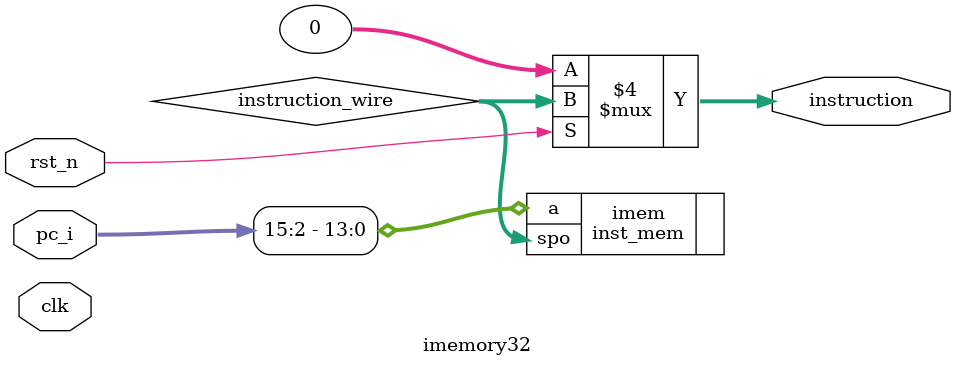
<source format=v>


module imemory32(
    input   clk,
    input   rst_n,
    input   [31:0]  pc_i,               //pcµÄÊä³ö
    output  reg [31:0]  instruction    //È¡³öµÄ32Î»Ö¸Áî
    );

wire [31:0] instruction_wire;

always @ (*) begin
    if(rst_n=='b0) instruction=0;
    else instruction=instruction_wire;
end

    // 64KB IROM
    inst_mem imem (
        .a      (pc_i[15:2]),   // input wire [13:0] a
        .spo    (instruction_wire)   // output wire [31:0] spo
    );

endmodule

</source>
